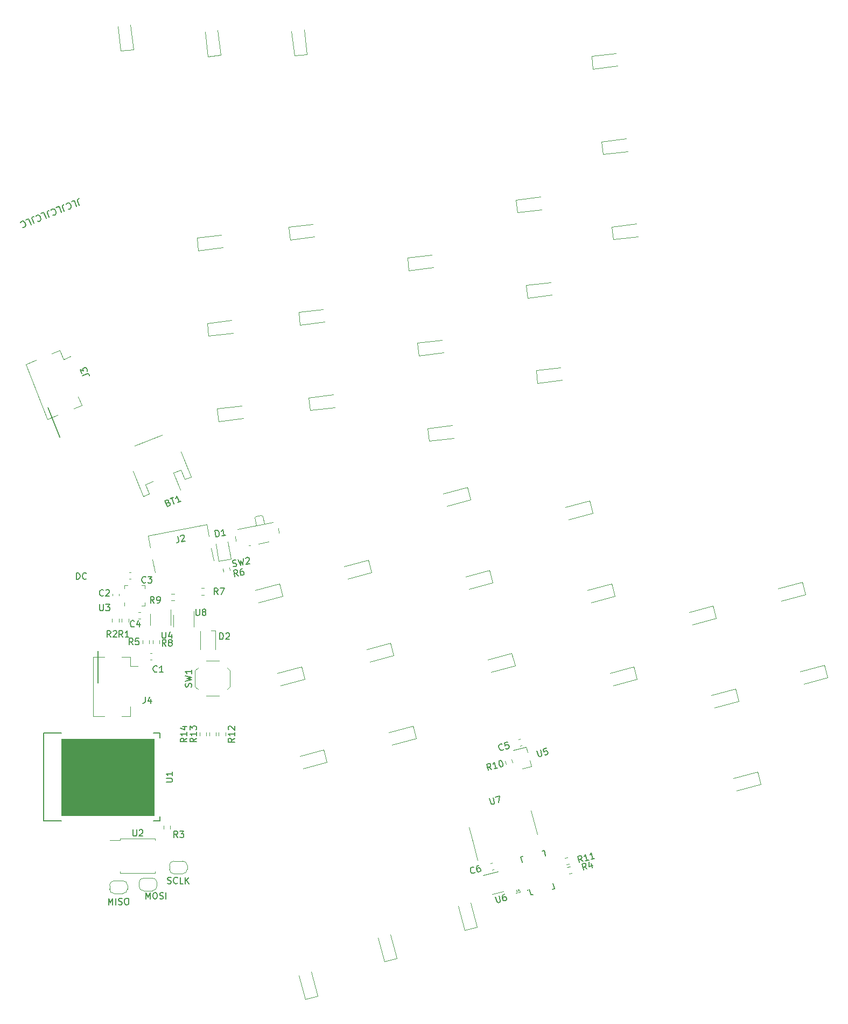
<source format=gbr>
%TF.GenerationSoftware,KiCad,Pcbnew,(5.99.0-11571-g293f207356)*%
%TF.CreationDate,2021-10-03T12:50:15-05:00*%
%TF.ProjectId,fusion,66757369-6f6e-42e6-9b69-6361645f7063,rev?*%
%TF.SameCoordinates,Original*%
%TF.FileFunction,Legend,Top*%
%TF.FilePolarity,Positive*%
%FSLAX46Y46*%
G04 Gerber Fmt 4.6, Leading zero omitted, Abs format (unit mm)*
G04 Created by KiCad (PCBNEW (5.99.0-11571-g293f207356)) date 2021-10-03 12:50:15*
%MOMM*%
%LPD*%
G01*
G04 APERTURE LIST*
%ADD10C,0.150000*%
%ADD11C,0.200000*%
%ADD12C,0.050000*%
%ADD13C,0.120000*%
%ADD14C,0.127000*%
%ADD15C,0.140000*%
G04 APERTURE END LIST*
D10*
X115199957Y-73216080D02*
X115199958Y-78216080D01*
X109201578Y-39603256D02*
X107344739Y-34960829D01*
D11*
X122789531Y-112133803D02*
X122789531Y-111133803D01*
X123122864Y-111848089D01*
X123456198Y-111133803D01*
X123456198Y-112133803D01*
X124122864Y-111133803D02*
X124313340Y-111133803D01*
X124408579Y-111181423D01*
X124503817Y-111276661D01*
X124551436Y-111467137D01*
X124551436Y-111800470D01*
X124503817Y-111990946D01*
X124408579Y-112086184D01*
X124313340Y-112133803D01*
X124122864Y-112133803D01*
X124027626Y-112086184D01*
X123932388Y-111990946D01*
X123884769Y-111800470D01*
X123884769Y-111467137D01*
X123932388Y-111276661D01*
X124027626Y-111181423D01*
X124122864Y-111133803D01*
X124932388Y-112086184D02*
X125075245Y-112133803D01*
X125313340Y-112133803D01*
X125408579Y-112086184D01*
X125456198Y-112038565D01*
X125503817Y-111943327D01*
X125503817Y-111848089D01*
X125456198Y-111752851D01*
X125408579Y-111705232D01*
X125313340Y-111657613D01*
X125122864Y-111609994D01*
X125027626Y-111562375D01*
X124980007Y-111514756D01*
X124932388Y-111419518D01*
X124932388Y-111324280D01*
X124980007Y-111229042D01*
X125027626Y-111181423D01*
X125122864Y-111133803D01*
X125360960Y-111133803D01*
X125503817Y-111181423D01*
X125932388Y-112133803D02*
X125932388Y-111133803D01*
X116889532Y-113033803D02*
X116889532Y-112033803D01*
X117222865Y-112748089D01*
X117556199Y-112033803D01*
X117556199Y-113033803D01*
X118032389Y-113033803D02*
X118032389Y-112033803D01*
X118460961Y-112986184D02*
X118603818Y-113033803D01*
X118841913Y-113033803D01*
X118937151Y-112986184D01*
X118984770Y-112938565D01*
X119032389Y-112843327D01*
X119032389Y-112748089D01*
X118984770Y-112652851D01*
X118937151Y-112605232D01*
X118841913Y-112557613D01*
X118651437Y-112509994D01*
X118556199Y-112462375D01*
X118508580Y-112414756D01*
X118460961Y-112319518D01*
X118460961Y-112224280D01*
X118508580Y-112129042D01*
X118556199Y-112081423D01*
X118651437Y-112033803D01*
X118889532Y-112033803D01*
X119032389Y-112081423D01*
X119651437Y-112033803D02*
X119841913Y-112033803D01*
X119937151Y-112081423D01*
X120032389Y-112176661D01*
X120080008Y-112367137D01*
X120080008Y-112700470D01*
X120032389Y-112890946D01*
X119937151Y-112986184D01*
X119841913Y-113033803D01*
X119651437Y-113033803D01*
X119556199Y-112986184D01*
X119460961Y-112890946D01*
X119413341Y-112700470D01*
X119413341Y-112367137D01*
X119460961Y-112176661D01*
X119556199Y-112081423D01*
X119651437Y-112033803D01*
D10*
X112302746Y-3144484D02*
X112037483Y-2481280D01*
X112028644Y-2330955D01*
X112081703Y-2207160D01*
X112196660Y-2109893D01*
X112285087Y-2074525D01*
X111047106Y-2569682D02*
X111489242Y-2392840D01*
X111860610Y-3321326D01*
X110242416Y-2994109D02*
X110268945Y-2932211D01*
X110383902Y-2834945D01*
X110472329Y-2799577D01*
X110622654Y-2790738D01*
X110746449Y-2843796D01*
X110826031Y-2914539D01*
X110940982Y-3073710D01*
X110994034Y-3206351D01*
X111020557Y-3400889D01*
X111011712Y-3507001D01*
X110958653Y-3630796D01*
X110843697Y-3728062D01*
X110755269Y-3763431D01*
X110604944Y-3772270D01*
X110543047Y-3745740D01*
X109915211Y-4099430D02*
X109649948Y-3436226D01*
X109641109Y-3285901D01*
X109694168Y-3162105D01*
X109809125Y-3064839D01*
X109897552Y-3029471D01*
X108659571Y-3524628D02*
X109101707Y-3347786D01*
X109473075Y-4276272D01*
X107854881Y-3949055D02*
X107881410Y-3887157D01*
X107996367Y-3789891D01*
X108084794Y-3754522D01*
X108235119Y-3745683D01*
X108358914Y-3798742D01*
X108438496Y-3869485D01*
X108553447Y-4028656D01*
X108606499Y-4161296D01*
X108633022Y-4355835D01*
X108624177Y-4461946D01*
X108571118Y-4585742D01*
X108456162Y-4683008D01*
X108367734Y-4718377D01*
X108217409Y-4727216D01*
X108155512Y-4700686D01*
X107527676Y-5054376D02*
X107262413Y-4391172D01*
X107253574Y-4240847D01*
X107306633Y-4117051D01*
X107421590Y-4019785D01*
X107510017Y-3984417D01*
X106272036Y-4479574D02*
X106714172Y-4302732D01*
X107085540Y-5231218D01*
X105467346Y-4904001D02*
X105493875Y-4842103D01*
X105608832Y-4744837D01*
X105697259Y-4709468D01*
X105847584Y-4700629D01*
X105971379Y-4753688D01*
X106050961Y-4824431D01*
X106165912Y-4983601D01*
X106218964Y-5116242D01*
X106245487Y-5310781D01*
X106236642Y-5416892D01*
X106183583Y-5540688D01*
X106068627Y-5637954D01*
X105980200Y-5673322D01*
X105829874Y-5682161D01*
X105767977Y-5655632D01*
X105140141Y-6009322D02*
X104874878Y-5346118D01*
X104866039Y-5195793D01*
X104919098Y-5071997D01*
X105034055Y-4974731D01*
X105122482Y-4939363D01*
X103884501Y-5434520D02*
X104326637Y-5257678D01*
X104698005Y-6186164D01*
X103079811Y-5858946D02*
X103106340Y-5797049D01*
X103221297Y-5699782D01*
X103309724Y-5664414D01*
X103460049Y-5655575D01*
X103583845Y-5708634D01*
X103663426Y-5779377D01*
X103778377Y-5938547D01*
X103831429Y-6071188D01*
X103857952Y-6265727D01*
X103849107Y-6371838D01*
X103796048Y-6495634D01*
X103681092Y-6592900D01*
X103592665Y-6628268D01*
X103442340Y-6637107D01*
X103380442Y-6610578D01*
D11*
X126170483Y-109686181D02*
X126313340Y-109733800D01*
X126551436Y-109733800D01*
X126646674Y-109686181D01*
X126694293Y-109638562D01*
X126741912Y-109543324D01*
X126741912Y-109448086D01*
X126694293Y-109352848D01*
X126646674Y-109305229D01*
X126551436Y-109257610D01*
X126360960Y-109209991D01*
X126265721Y-109162372D01*
X126218102Y-109114753D01*
X126170483Y-109019515D01*
X126170483Y-108924277D01*
X126218102Y-108829039D01*
X126265721Y-108781420D01*
X126360960Y-108733800D01*
X126599055Y-108733800D01*
X126741912Y-108781420D01*
X127741912Y-109638562D02*
X127694293Y-109686181D01*
X127551436Y-109733800D01*
X127456198Y-109733800D01*
X127313340Y-109686181D01*
X127218102Y-109590943D01*
X127170483Y-109495705D01*
X127122864Y-109305229D01*
X127122864Y-109162372D01*
X127170483Y-108971896D01*
X127218102Y-108876658D01*
X127313340Y-108781420D01*
X127456198Y-108733800D01*
X127551436Y-108733800D01*
X127694293Y-108781420D01*
X127741912Y-108829039D01*
X128646674Y-109733800D02*
X128170483Y-109733800D01*
X128170483Y-108733800D01*
X128980007Y-109733800D02*
X128980007Y-108733800D01*
X129551436Y-109733800D02*
X129122864Y-109162372D01*
X129551436Y-108733800D02*
X128980007Y-109305229D01*
D10*
X111838052Y-61902393D02*
X111838052Y-60902393D01*
X112076147Y-60902393D01*
X112219004Y-60950013D01*
X112314242Y-61045251D01*
X112361861Y-61140489D01*
X112409480Y-61330965D01*
X112409480Y-61473822D01*
X112361861Y-61664298D01*
X112314242Y-61759536D01*
X112219004Y-61854774D01*
X112076147Y-61902393D01*
X111838052Y-61902393D01*
X113409480Y-61807155D02*
X113361861Y-61854774D01*
X113219004Y-61902393D01*
X113123766Y-61902393D01*
X112980909Y-61854774D01*
X112885671Y-61759536D01*
X112838052Y-61664298D01*
X112790433Y-61473822D01*
X112790433Y-61330965D01*
X112838052Y-61140489D01*
X112885671Y-61045251D01*
X112980909Y-60950013D01*
X113123766Y-60902393D01*
X113219004Y-60902393D01*
X113361861Y-60950013D01*
X113409480Y-60997632D01*
%TO.C,BT1*%
X126254399Y-49886993D02*
X126404724Y-49878154D01*
X126466621Y-49904684D01*
X126546203Y-49975427D01*
X126599256Y-50108067D01*
X126590411Y-50214179D01*
X126563881Y-50276077D01*
X126493138Y-50355659D01*
X126139429Y-50497132D01*
X125768062Y-49568646D01*
X126077557Y-49444857D01*
X126183668Y-49453702D01*
X126245566Y-49480232D01*
X126325148Y-49550975D01*
X126360516Y-49639402D01*
X126351671Y-49745513D01*
X126325142Y-49807411D01*
X126254399Y-49886993D01*
X125944903Y-50010782D01*
X126563907Y-49250331D02*
X127094470Y-49038121D01*
X127200556Y-50072712D02*
X126829188Y-49144226D01*
X128261683Y-49648291D02*
X127731119Y-49860502D01*
X127996401Y-49754396D02*
X127625033Y-48825911D01*
X127589659Y-48993920D01*
X127536600Y-49117715D01*
X127465857Y-49197297D01*
%TO.C,R13*%
X130702340Y-86874280D02*
X130226150Y-87207613D01*
X130702340Y-87445708D02*
X129702340Y-87445708D01*
X129702340Y-87064756D01*
X129749960Y-86969518D01*
X129797579Y-86921899D01*
X129892817Y-86874280D01*
X130035674Y-86874280D01*
X130130912Y-86921899D01*
X130178531Y-86969518D01*
X130226150Y-87064756D01*
X130226150Y-87445708D01*
X130702340Y-85921899D02*
X130702340Y-86493327D01*
X130702340Y-86207613D02*
X129702340Y-86207613D01*
X129845198Y-86302851D01*
X129940436Y-86398089D01*
X129988055Y-86493327D01*
X129702340Y-85588565D02*
X129702340Y-84969518D01*
X130083293Y-85302851D01*
X130083293Y-85159994D01*
X130130912Y-85064756D01*
X130178531Y-85017137D01*
X130273769Y-84969518D01*
X130511864Y-84969518D01*
X130607102Y-85017137D01*
X130654721Y-85064756D01*
X130702340Y-85159994D01*
X130702340Y-85445708D01*
X130654721Y-85540946D01*
X130607102Y-85588565D01*
%TO.C,C6*%
X174524902Y-107947933D02*
X174491230Y-108006254D01*
X174365566Y-108089224D01*
X174273573Y-108113874D01*
X174123259Y-108104851D01*
X174006616Y-108037508D01*
X173935970Y-107957840D01*
X173840675Y-107786179D01*
X173803701Y-107648189D01*
X173800399Y-107451879D01*
X173821746Y-107347561D01*
X173889089Y-107230919D01*
X174014754Y-107147948D01*
X174106747Y-107123298D01*
X174257061Y-107132321D01*
X174315382Y-107165993D01*
X175118669Y-106852155D02*
X174934683Y-106901454D01*
X174855015Y-106972099D01*
X174821343Y-107030421D01*
X174766324Y-107193060D01*
X174769627Y-107389370D01*
X174868225Y-107757342D01*
X174938870Y-107837010D01*
X174997192Y-107870682D01*
X175101509Y-107892029D01*
X175285495Y-107842730D01*
X175365163Y-107772084D01*
X175398835Y-107713763D01*
X175420182Y-107609445D01*
X175358559Y-107379463D01*
X175287913Y-107299795D01*
X175229591Y-107266123D01*
X175125274Y-107244776D01*
X174941288Y-107294075D01*
X174861620Y-107364721D01*
X174827948Y-107423042D01*
X174806601Y-107527360D01*
D12*
%TO.C,J5*%
X181032974Y-110705668D02*
X181122325Y-111039132D01*
X181117965Y-111111782D01*
X181085416Y-111168157D01*
X181024680Y-111208259D01*
X180980218Y-111220172D01*
X181477593Y-110586532D02*
X181255284Y-110646100D01*
X181292620Y-110874367D01*
X181308894Y-110846179D01*
X181347400Y-110812034D01*
X181458554Y-110782250D01*
X181508973Y-110792568D01*
X181537161Y-110808842D01*
X181571305Y-110847347D01*
X181601089Y-110958502D01*
X181590772Y-111008921D01*
X181574498Y-111037108D01*
X181535992Y-111071253D01*
X181424838Y-111101037D01*
X181374419Y-111090719D01*
X181346231Y-111074445D01*
D10*
%TO.C,R4*%
X192156055Y-107438441D02*
X191710832Y-107064750D01*
X191604097Y-107586338D02*
X191345278Y-106620412D01*
X191713250Y-106521814D01*
X191817567Y-106543162D01*
X191875889Y-106576833D01*
X191946534Y-106656501D01*
X191983509Y-106794491D01*
X191962162Y-106898809D01*
X191928490Y-106957130D01*
X191848822Y-107027776D01*
X191480850Y-107126373D01*
X192811445Y-106572646D02*
X192983991Y-107216597D01*
X192482865Y-106266298D02*
X192437753Y-107017868D01*
X193035707Y-106857647D01*
%TO.C,R6*%
X137296782Y-61394730D02*
X136885823Y-60983657D01*
X136734035Y-61493958D02*
X136560387Y-60509150D01*
X136935551Y-60442998D01*
X137037612Y-60473356D01*
X137092776Y-60511983D01*
X137156210Y-60597505D01*
X137181017Y-60738192D01*
X137150659Y-60840252D01*
X137112032Y-60895416D01*
X137026510Y-60958850D01*
X136651345Y-61025002D01*
X137967255Y-60261081D02*
X137779672Y-60294157D01*
X137694150Y-60357590D01*
X137655523Y-60412755D01*
X137586539Y-60569980D01*
X137572719Y-60765831D01*
X137638871Y-61140996D01*
X137702305Y-61226518D01*
X137757469Y-61265145D01*
X137859529Y-61295503D01*
X138047112Y-61262427D01*
X138132634Y-61198993D01*
X138171261Y-61143829D01*
X138201618Y-61041768D01*
X138160274Y-60807290D01*
X138096840Y-60721768D01*
X138041675Y-60683142D01*
X137939615Y-60652784D01*
X137752033Y-60685860D01*
X137666511Y-60749293D01*
X137627884Y-60804458D01*
X137597526Y-60906518D01*
%TO.C,D1*%
X133812193Y-55249086D02*
X133638545Y-54264278D01*
X133873023Y-54222933D01*
X134021978Y-54245022D01*
X134132307Y-54322275D01*
X134195741Y-54407797D01*
X134275712Y-54587111D01*
X134300519Y-54727798D01*
X134286700Y-54923649D01*
X134256342Y-55025709D01*
X134179089Y-55136038D01*
X134046671Y-55207741D01*
X133812193Y-55249086D01*
X135312852Y-54984479D02*
X134750105Y-55083706D01*
X135031479Y-55034093D02*
X134857830Y-54049285D01*
X134788846Y-54206510D01*
X134711593Y-54316839D01*
X134626070Y-54380272D01*
%TO.C,SW1*%
X129904720Y-78833348D02*
X129952339Y-78690491D01*
X129952339Y-78452395D01*
X129904720Y-78357157D01*
X129857101Y-78309538D01*
X129761863Y-78261919D01*
X129666625Y-78261919D01*
X129571387Y-78309538D01*
X129523768Y-78357157D01*
X129476149Y-78452395D01*
X129428530Y-78642872D01*
X129380911Y-78738110D01*
X129333292Y-78785729D01*
X129238054Y-78833348D01*
X129142816Y-78833348D01*
X129047578Y-78785729D01*
X128999959Y-78738110D01*
X128952339Y-78642872D01*
X128952339Y-78404776D01*
X128999959Y-78261919D01*
X128952339Y-77928586D02*
X129952339Y-77690491D01*
X129238054Y-77500015D01*
X129952339Y-77309538D01*
X128952339Y-77071443D01*
X129952339Y-76166681D02*
X129952339Y-76738110D01*
X129952339Y-76452395D02*
X128952339Y-76452395D01*
X129095197Y-76547634D01*
X129190435Y-76642872D01*
X129238054Y-76738110D01*
%TO.C,C5*%
X178987331Y-88603839D02*
X178953659Y-88662160D01*
X178827995Y-88745130D01*
X178736002Y-88769780D01*
X178585688Y-88760757D01*
X178469045Y-88693414D01*
X178398399Y-88613746D01*
X178303104Y-88442085D01*
X178266130Y-88304095D01*
X178262828Y-88107785D01*
X178284175Y-88003467D01*
X178351518Y-87886825D01*
X178477183Y-87803854D01*
X178569176Y-87779204D01*
X178719490Y-87788227D01*
X178777811Y-87821899D01*
X179627095Y-87495736D02*
X179167130Y-87618983D01*
X179244381Y-88091273D01*
X179278052Y-88032951D01*
X179357721Y-87962305D01*
X179587703Y-87900682D01*
X179692020Y-87922029D01*
X179750342Y-87955701D01*
X179820988Y-88035369D01*
X179882611Y-88265351D01*
X179861264Y-88369669D01*
X179827592Y-88427990D01*
X179747924Y-88498636D01*
X179517942Y-88560260D01*
X179413624Y-88538913D01*
X179355303Y-88505241D01*
%TO.C,R10*%
X177157942Y-91782757D02*
X176712720Y-91409065D01*
X176605984Y-91930653D02*
X176347165Y-90964727D01*
X176715137Y-90866130D01*
X176819455Y-90887477D01*
X176877776Y-90921148D01*
X176948422Y-91000817D01*
X176985396Y-91138806D01*
X176964049Y-91243124D01*
X176930377Y-91301445D01*
X176850709Y-91372091D01*
X176482737Y-91470689D01*
X178077871Y-91536262D02*
X177525914Y-91684159D01*
X177801893Y-91610211D02*
X177543073Y-90644285D01*
X177488055Y-90806924D01*
X177420711Y-90923566D01*
X177341043Y-90994212D01*
X178417006Y-90410115D02*
X178508999Y-90385466D01*
X178613317Y-90406813D01*
X178671638Y-90440485D01*
X178742284Y-90520153D01*
X178837579Y-90691814D01*
X178899203Y-90921796D01*
X178902505Y-91118107D01*
X178881158Y-91222424D01*
X178847487Y-91280746D01*
X178767818Y-91351392D01*
X178675825Y-91376041D01*
X178571508Y-91354694D01*
X178513187Y-91321022D01*
X178442541Y-91241354D01*
X178347245Y-91069693D01*
X178285622Y-90839710D01*
X178282319Y-90643400D01*
X178303666Y-90539082D01*
X178337338Y-90480761D01*
X178417006Y-90410115D01*
%TO.C,J3*%
X112810538Y-29905407D02*
X113473742Y-29640144D01*
X113624067Y-29631305D01*
X113747863Y-29684364D01*
X113845129Y-29799321D01*
X113880498Y-29887748D01*
X112669065Y-29551698D02*
X112439170Y-28976921D01*
X112916669Y-29144943D01*
X112863616Y-29012302D01*
X112872461Y-28906191D01*
X112898991Y-28844293D01*
X112969734Y-28764711D01*
X113190802Y-28676290D01*
X113296913Y-28685135D01*
X113358811Y-28711665D01*
X113438393Y-28782408D01*
X113544498Y-29047689D01*
X113535653Y-29153801D01*
X113509123Y-29215699D01*
%TO.C,SW2*%
X136518354Y-59901752D02*
X136667673Y-59921238D01*
X136901394Y-59875807D01*
X136985796Y-59810890D01*
X137023454Y-59755060D01*
X137052026Y-59652486D01*
X137033854Y-59558997D01*
X136968937Y-59474595D01*
X136913107Y-59436937D01*
X136810532Y-59408365D01*
X136614470Y-59397966D01*
X136511895Y-59369394D01*
X136456065Y-59331736D01*
X136391148Y-59247334D01*
X136372976Y-59153845D01*
X136401548Y-59051271D01*
X136439206Y-58995441D01*
X136523608Y-58930524D01*
X136757329Y-58885093D01*
X136906648Y-58904579D01*
X137224770Y-58794232D02*
X137649300Y-59730429D01*
X137699985Y-58992922D01*
X138023253Y-59657739D01*
X138066165Y-58630681D01*
X138411547Y-58660567D02*
X138449205Y-58604736D01*
X138533607Y-58539820D01*
X138767327Y-58494389D01*
X138869902Y-58522961D01*
X138925732Y-58560619D01*
X138990649Y-58645021D01*
X139008821Y-58738510D01*
X138989335Y-58887828D01*
X138537439Y-59557792D01*
X139145113Y-59439672D01*
%TO.C,R12*%
X136702340Y-86892870D02*
X136226150Y-87226203D01*
X136702340Y-87464298D02*
X135702340Y-87464298D01*
X135702340Y-87083346D01*
X135749960Y-86988108D01*
X135797579Y-86940489D01*
X135892817Y-86892870D01*
X136035674Y-86892870D01*
X136130912Y-86940489D01*
X136178531Y-86988108D01*
X136226150Y-87083346D01*
X136226150Y-87464298D01*
X136702340Y-85940489D02*
X136702340Y-86511917D01*
X136702340Y-86226203D02*
X135702340Y-86226203D01*
X135845198Y-86321441D01*
X135940436Y-86416679D01*
X135988055Y-86511917D01*
X135797579Y-85559536D02*
X135749960Y-85511917D01*
X135702340Y-85416679D01*
X135702340Y-85178584D01*
X135749960Y-85083346D01*
X135797579Y-85035727D01*
X135892817Y-84988108D01*
X135988055Y-84988108D01*
X136130912Y-85035727D01*
X136702340Y-85607155D01*
X136702340Y-84988108D01*
%TO.C,R7*%
X134092776Y-64312480D02*
X133759443Y-63836290D01*
X133521347Y-64312480D02*
X133521347Y-63312480D01*
X133902300Y-63312480D01*
X133997538Y-63360100D01*
X134045157Y-63407719D01*
X134092776Y-63502957D01*
X134092776Y-63645814D01*
X134045157Y-63741052D01*
X133997538Y-63788671D01*
X133902300Y-63836290D01*
X133521347Y-63836290D01*
X134426109Y-63312480D02*
X135092776Y-63312480D01*
X134664204Y-64312480D01*
%TO.C,R2*%
X117233292Y-71002396D02*
X116899959Y-70526206D01*
X116661863Y-71002396D02*
X116661863Y-70002396D01*
X117042816Y-70002396D01*
X117138054Y-70050016D01*
X117185673Y-70097635D01*
X117233292Y-70192873D01*
X117233292Y-70335730D01*
X117185673Y-70430968D01*
X117138054Y-70478587D01*
X117042816Y-70526206D01*
X116661863Y-70526206D01*
X117614244Y-70097635D02*
X117661863Y-70050016D01*
X117757101Y-70002396D01*
X117995197Y-70002396D01*
X118090435Y-70050016D01*
X118138054Y-70097635D01*
X118185673Y-70192873D01*
X118185673Y-70288111D01*
X118138054Y-70430968D01*
X117566625Y-71002396D01*
X118185673Y-71002396D01*
%TO.C,U8*%
X130638053Y-66602395D02*
X130638053Y-67411919D01*
X130685672Y-67507157D01*
X130733291Y-67554776D01*
X130828529Y-67602395D01*
X131019005Y-67602395D01*
X131114243Y-67554776D01*
X131161862Y-67507157D01*
X131209481Y-67411919D01*
X131209481Y-66602395D01*
X131828529Y-67030967D02*
X131733291Y-66983348D01*
X131685672Y-66935729D01*
X131638053Y-66840491D01*
X131638053Y-66792872D01*
X131685672Y-66697634D01*
X131733291Y-66650015D01*
X131828529Y-66602395D01*
X132019005Y-66602395D01*
X132114243Y-66650015D01*
X132161862Y-66697634D01*
X132209481Y-66792872D01*
X132209481Y-66840491D01*
X132161862Y-66935729D01*
X132114243Y-66983348D01*
X132019005Y-67030967D01*
X131828529Y-67030967D01*
X131733291Y-67078586D01*
X131685672Y-67126205D01*
X131638053Y-67221443D01*
X131638053Y-67411919D01*
X131685672Y-67507157D01*
X131733291Y-67554776D01*
X131828529Y-67602395D01*
X132019005Y-67602395D01*
X132114243Y-67554776D01*
X132161862Y-67507157D01*
X132209481Y-67411919D01*
X132209481Y-67221443D01*
X132161862Y-67126205D01*
X132114243Y-67078586D01*
X132019005Y-67030967D01*
%TO.C,U3*%
X115499053Y-65848717D02*
X115499053Y-66658241D01*
X115546672Y-66753479D01*
X115594291Y-66801098D01*
X115689529Y-66848717D01*
X115880005Y-66848717D01*
X115975243Y-66801098D01*
X116022862Y-66753479D01*
X116070481Y-66658241D01*
X116070481Y-65848717D01*
X116451434Y-65848717D02*
X117070481Y-65848717D01*
X116737148Y-66229670D01*
X116880005Y-66229670D01*
X116975243Y-66277289D01*
X117022862Y-66324908D01*
X117070481Y-66420146D01*
X117070481Y-66658241D01*
X117022862Y-66753479D01*
X116975243Y-66801098D01*
X116880005Y-66848717D01*
X116594291Y-66848717D01*
X116499053Y-66801098D01*
X116451434Y-66753479D01*
%TO.C,R11*%
X191496089Y-106253362D02*
X191050867Y-105879670D01*
X190944131Y-106401258D02*
X190685312Y-105435332D01*
X191053284Y-105336735D01*
X191157602Y-105358082D01*
X191215923Y-105391753D01*
X191286569Y-105471422D01*
X191323543Y-105609411D01*
X191302196Y-105713729D01*
X191268524Y-105772050D01*
X191188856Y-105842696D01*
X190820884Y-105941294D01*
X192416018Y-106006867D02*
X191864061Y-106154764D01*
X192140040Y-106080816D02*
X191881220Y-105114890D01*
X191826202Y-105277529D01*
X191758858Y-105394171D01*
X191679190Y-105464817D01*
X193335948Y-105760373D02*
X192783990Y-105908270D01*
X193059969Y-105834321D02*
X192801150Y-104868395D01*
X192746131Y-105031034D01*
X192678788Y-105147677D01*
X192599119Y-105218323D01*
%TO.C,U6*%
X177751519Y-111776516D02*
X177961039Y-112558456D01*
X178031685Y-112638124D01*
X178090006Y-112671796D01*
X178194324Y-112693143D01*
X178378310Y-112643844D01*
X178457978Y-112573198D01*
X178491650Y-112514877D01*
X178512997Y-112410559D01*
X178303476Y-111628619D01*
X179177409Y-111394449D02*
X178993423Y-111443748D01*
X178913755Y-111514394D01*
X178880083Y-111572715D01*
X178825065Y-111735354D01*
X178828367Y-111931665D01*
X178926965Y-112299636D01*
X178997611Y-112379305D01*
X179055932Y-112412976D01*
X179160250Y-112434323D01*
X179344235Y-112385025D01*
X179423904Y-112314379D01*
X179457575Y-112256058D01*
X179478922Y-112151740D01*
X179417299Y-111921758D01*
X179346653Y-111842089D01*
X179288332Y-111808418D01*
X179184014Y-111787071D01*
X179000028Y-111836369D01*
X178920360Y-111907015D01*
X178886688Y-111965336D01*
X178865341Y-112069654D01*
%TO.C,D2*%
X134396246Y-71353982D02*
X134396246Y-70353982D01*
X134634342Y-70353982D01*
X134777199Y-70401602D01*
X134872437Y-70496840D01*
X134920056Y-70592078D01*
X134967675Y-70782554D01*
X134967675Y-70925411D01*
X134920056Y-71115887D01*
X134872437Y-71211125D01*
X134777199Y-71306363D01*
X134634342Y-71353982D01*
X134396246Y-71353982D01*
X135348627Y-70449221D02*
X135396246Y-70401602D01*
X135491484Y-70353982D01*
X135729580Y-70353982D01*
X135824818Y-70401602D01*
X135872437Y-70449221D01*
X135920056Y-70544459D01*
X135920056Y-70639697D01*
X135872437Y-70782554D01*
X135301008Y-71353982D01*
X135920056Y-71353982D01*
%TO.C,U5*%
X184270060Y-88841796D02*
X184479580Y-89623736D01*
X184550226Y-89703404D01*
X184608547Y-89737076D01*
X184712865Y-89758423D01*
X184896851Y-89709124D01*
X184976519Y-89638478D01*
X185010191Y-89580157D01*
X185031538Y-89475839D01*
X184822017Y-88693899D01*
X185741947Y-88447405D02*
X185281982Y-88570652D01*
X185359233Y-89042941D01*
X185392905Y-88984620D01*
X185472573Y-88913974D01*
X185702555Y-88852351D01*
X185806873Y-88873698D01*
X185865194Y-88907369D01*
X185935840Y-88987038D01*
X185997463Y-89217020D01*
X185976116Y-89321338D01*
X185942445Y-89379659D01*
X185862776Y-89450305D01*
X185632794Y-89511928D01*
X185528476Y-89490581D01*
X185470155Y-89456909D01*
%TO.C,U4*%
X125338053Y-70202395D02*
X125338053Y-71011919D01*
X125385672Y-71107157D01*
X125433291Y-71154776D01*
X125528529Y-71202395D01*
X125719005Y-71202395D01*
X125814243Y-71154776D01*
X125861862Y-71107157D01*
X125909481Y-71011919D01*
X125909481Y-70202395D01*
X126814243Y-70535729D02*
X126814243Y-71202395D01*
X126576148Y-70154776D02*
X126338053Y-70869062D01*
X126957100Y-70869062D01*
%TO.C,U2*%
X120734056Y-101258802D02*
X120734056Y-102068326D01*
X120781675Y-102163564D01*
X120829294Y-102211183D01*
X120924532Y-102258802D01*
X121115008Y-102258802D01*
X121210246Y-102211183D01*
X121257865Y-102163564D01*
X121305484Y-102068326D01*
X121305484Y-101258802D01*
X121734056Y-101354041D02*
X121781675Y-101306422D01*
X121876913Y-101258802D01*
X122115008Y-101258802D01*
X122210246Y-101306422D01*
X122257865Y-101354041D01*
X122305484Y-101449279D01*
X122305484Y-101544517D01*
X122257865Y-101687374D01*
X121686437Y-102258802D01*
X122305484Y-102258802D01*
%TO.C,C1*%
X124533292Y-76407155D02*
X124485673Y-76454774D01*
X124342816Y-76502393D01*
X124247578Y-76502393D01*
X124104720Y-76454774D01*
X124009482Y-76359536D01*
X123961863Y-76264298D01*
X123914244Y-76073822D01*
X123914244Y-75930965D01*
X123961863Y-75740489D01*
X124009482Y-75645251D01*
X124104720Y-75550013D01*
X124247578Y-75502393D01*
X124342816Y-75502393D01*
X124485673Y-75550013D01*
X124533292Y-75597632D01*
X125485673Y-76502393D02*
X124914244Y-76502393D01*
X125199959Y-76502393D02*
X125199959Y-75502393D01*
X125104720Y-75645251D01*
X125009482Y-75740489D01*
X124914244Y-75788108D01*
%TO.C,R14*%
X129202339Y-86874280D02*
X128726149Y-87207613D01*
X129202339Y-87445708D02*
X128202339Y-87445708D01*
X128202339Y-87064756D01*
X128249959Y-86969518D01*
X128297578Y-86921899D01*
X128392816Y-86874280D01*
X128535673Y-86874280D01*
X128630911Y-86921899D01*
X128678530Y-86969518D01*
X128726149Y-87064756D01*
X128726149Y-87445708D01*
X129202339Y-85921899D02*
X129202339Y-86493327D01*
X129202339Y-86207613D02*
X128202339Y-86207613D01*
X128345197Y-86302851D01*
X128440435Y-86398089D01*
X128488054Y-86493327D01*
X128535673Y-85064756D02*
X129202339Y-85064756D01*
X128154720Y-85302851D02*
X128869006Y-85540946D01*
X128869006Y-84921899D01*
%TO.C,R3*%
X127767341Y-102478056D02*
X127434008Y-102001866D01*
X127195912Y-102478056D02*
X127195912Y-101478056D01*
X127576865Y-101478056D01*
X127672103Y-101525676D01*
X127719722Y-101573295D01*
X127767341Y-101668533D01*
X127767341Y-101811390D01*
X127719722Y-101906628D01*
X127672103Y-101954247D01*
X127576865Y-102001866D01*
X127195912Y-102001866D01*
X128100674Y-101478056D02*
X128719722Y-101478056D01*
X128386388Y-101859009D01*
X128529246Y-101859009D01*
X128624484Y-101906628D01*
X128672103Y-101954247D01*
X128719722Y-102049485D01*
X128719722Y-102287580D01*
X128672103Y-102382818D01*
X128624484Y-102430437D01*
X128529246Y-102478056D01*
X128243531Y-102478056D01*
X128148293Y-102430437D01*
X128100674Y-102382818D01*
%TO.C,C4*%
X120933291Y-69307155D02*
X120885672Y-69354774D01*
X120742815Y-69402393D01*
X120647577Y-69402393D01*
X120504719Y-69354774D01*
X120409481Y-69259536D01*
X120361862Y-69164298D01*
X120314243Y-68973822D01*
X120314243Y-68830965D01*
X120361862Y-68640489D01*
X120409481Y-68545251D01*
X120504719Y-68450013D01*
X120647577Y-68402393D01*
X120742815Y-68402393D01*
X120885672Y-68450013D01*
X120933291Y-68497632D01*
X121790434Y-68735727D02*
X121790434Y-69402393D01*
X121552338Y-68354774D02*
X121314243Y-69069060D01*
X121933291Y-69069060D01*
%TO.C,R1*%
X119133290Y-71002393D02*
X118799957Y-70526203D01*
X118561861Y-71002393D02*
X118561861Y-70002393D01*
X118942814Y-70002393D01*
X119038052Y-70050013D01*
X119085671Y-70097632D01*
X119133290Y-70192870D01*
X119133290Y-70335727D01*
X119085671Y-70430965D01*
X119038052Y-70478584D01*
X118942814Y-70526203D01*
X118561861Y-70526203D01*
X120085671Y-71002393D02*
X119514242Y-71002393D01*
X119799957Y-71002393D02*
X119799957Y-70002393D01*
X119704718Y-70145251D01*
X119609480Y-70240489D01*
X119514242Y-70288108D01*
%TO.C,U1*%
X125952341Y-93761917D02*
X126761865Y-93761917D01*
X126857103Y-93714298D01*
X126904722Y-93666679D01*
X126952341Y-93571441D01*
X126952341Y-93380965D01*
X126904722Y-93285727D01*
X126857103Y-93238108D01*
X126761865Y-93190489D01*
X125952341Y-93190489D01*
X126952341Y-92190489D02*
X126952341Y-92761917D01*
X126952341Y-92476203D02*
X125952341Y-92476203D01*
X126095199Y-92571441D01*
X126190437Y-92666679D01*
X126238056Y-92761917D01*
%TO.C,R9*%
X124080042Y-65644097D02*
X123746709Y-65167907D01*
X123508613Y-65644097D02*
X123508613Y-64644097D01*
X123889566Y-64644097D01*
X123984804Y-64691717D01*
X124032423Y-64739336D01*
X124080042Y-64834574D01*
X124080042Y-64977431D01*
X124032423Y-65072669D01*
X123984804Y-65120288D01*
X123889566Y-65167907D01*
X123508613Y-65167907D01*
X124556232Y-65644097D02*
X124746709Y-65644097D01*
X124841947Y-65596478D01*
X124889566Y-65548859D01*
X124984804Y-65406002D01*
X125032423Y-65215526D01*
X125032423Y-64834574D01*
X124984804Y-64739336D01*
X124937185Y-64691717D01*
X124841947Y-64644097D01*
X124651470Y-64644097D01*
X124556232Y-64691717D01*
X124508613Y-64739336D01*
X124460994Y-64834574D01*
X124460994Y-65072669D01*
X124508613Y-65167907D01*
X124556232Y-65215526D01*
X124651470Y-65263145D01*
X124841947Y-65263145D01*
X124937185Y-65215526D01*
X124984804Y-65167907D01*
X125032423Y-65072669D01*
%TO.C,U7*%
X176831399Y-96345902D02*
X177040919Y-97127842D01*
X177111565Y-97207510D01*
X177169886Y-97241182D01*
X177274204Y-97262529D01*
X177458190Y-97213230D01*
X177537858Y-97142584D01*
X177571530Y-97084263D01*
X177592877Y-96979945D01*
X177383356Y-96198005D01*
X177751328Y-96099407D02*
X178395279Y-95926861D01*
X178240130Y-97003709D01*
%TO.C,C3*%
X122751177Y-62392672D02*
X122703558Y-62440291D01*
X122560701Y-62487910D01*
X122465463Y-62487910D01*
X122322605Y-62440291D01*
X122227367Y-62345053D01*
X122179748Y-62249815D01*
X122132129Y-62059339D01*
X122132129Y-61916482D01*
X122179748Y-61726006D01*
X122227367Y-61630768D01*
X122322605Y-61535530D01*
X122465463Y-61487910D01*
X122560701Y-61487910D01*
X122703558Y-61535530D01*
X122751177Y-61583149D01*
X123084510Y-61487910D02*
X123703558Y-61487910D01*
X123370224Y-61868863D01*
X123513082Y-61868863D01*
X123608320Y-61916482D01*
X123655939Y-61964101D01*
X123703558Y-62059339D01*
X123703558Y-62297434D01*
X123655939Y-62392672D01*
X123608320Y-62440291D01*
X123513082Y-62487910D01*
X123227367Y-62487910D01*
X123132129Y-62440291D01*
X123084510Y-62392672D01*
%TO.C,R5*%
X120733291Y-72202394D02*
X120399958Y-71726204D01*
X120161862Y-72202394D02*
X120161862Y-71202394D01*
X120542815Y-71202394D01*
X120638053Y-71250014D01*
X120685672Y-71297633D01*
X120733291Y-71392871D01*
X120733291Y-71535728D01*
X120685672Y-71630966D01*
X120638053Y-71678585D01*
X120542815Y-71726204D01*
X120161862Y-71726204D01*
X121638053Y-71202394D02*
X121161862Y-71202394D01*
X121114243Y-71678585D01*
X121161862Y-71630966D01*
X121257100Y-71583347D01*
X121495196Y-71583347D01*
X121590434Y-71630966D01*
X121638053Y-71678585D01*
X121685672Y-71773823D01*
X121685672Y-72011918D01*
X121638053Y-72107156D01*
X121590434Y-72154775D01*
X121495196Y-72202394D01*
X121257100Y-72202394D01*
X121161862Y-72154775D01*
X121114243Y-72107156D01*
%TO.C,J4*%
X122666624Y-80402392D02*
X122666624Y-81116678D01*
X122619005Y-81259535D01*
X122523767Y-81354773D01*
X122380910Y-81402392D01*
X122285672Y-81402392D01*
X123571386Y-80735726D02*
X123571386Y-81402392D01*
X123333291Y-80354773D02*
X123095196Y-81069059D01*
X123714243Y-81069059D01*
%TO.C,J2*%
X127782445Y-55119163D02*
X127918737Y-55820325D01*
X127899251Y-55969644D01*
X127823935Y-56081304D01*
X127692789Y-56155307D01*
X127599301Y-56173479D01*
X128221314Y-55130876D02*
X128258972Y-55075045D01*
X128343375Y-55010129D01*
X128577095Y-54964698D01*
X128679670Y-54993270D01*
X128735500Y-55030928D01*
X128800417Y-55115330D01*
X128818589Y-55208819D01*
X128799103Y-55358137D01*
X128347207Y-56028101D01*
X128954881Y-55909981D01*
%TO.C,R8*%
X125933291Y-72402394D02*
X125599958Y-71926204D01*
X125361862Y-72402394D02*
X125361862Y-71402394D01*
X125742815Y-71402394D01*
X125838053Y-71450014D01*
X125885672Y-71497633D01*
X125933291Y-71592871D01*
X125933291Y-71735728D01*
X125885672Y-71830966D01*
X125838053Y-71878585D01*
X125742815Y-71926204D01*
X125361862Y-71926204D01*
X126504719Y-71830966D02*
X126409481Y-71783347D01*
X126361862Y-71735728D01*
X126314243Y-71640490D01*
X126314243Y-71592871D01*
X126361862Y-71497633D01*
X126409481Y-71450014D01*
X126504719Y-71402394D01*
X126695196Y-71402394D01*
X126790434Y-71450014D01*
X126838053Y-71497633D01*
X126885672Y-71592871D01*
X126885672Y-71640490D01*
X126838053Y-71735728D01*
X126790434Y-71783347D01*
X126695196Y-71830966D01*
X126504719Y-71830966D01*
X126409481Y-71878585D01*
X126361862Y-71926204D01*
X126314243Y-72021442D01*
X126314243Y-72211918D01*
X126361862Y-72307156D01*
X126409481Y-72354775D01*
X126504719Y-72402394D01*
X126695196Y-72402394D01*
X126790434Y-72354775D01*
X126838053Y-72307156D01*
X126885672Y-72211918D01*
X126885672Y-72021442D01*
X126838053Y-71926204D01*
X126790434Y-71878585D01*
X126695196Y-71830966D01*
%TO.C,C2*%
X116094291Y-64453482D02*
X116046672Y-64501101D01*
X115903815Y-64548720D01*
X115808577Y-64548720D01*
X115665719Y-64501101D01*
X115570481Y-64405863D01*
X115522862Y-64310625D01*
X115475243Y-64120149D01*
X115475243Y-63977292D01*
X115522862Y-63786816D01*
X115570481Y-63691578D01*
X115665719Y-63596340D01*
X115808577Y-63548720D01*
X115903815Y-63548720D01*
X116046672Y-63596340D01*
X116094291Y-63643959D01*
X116475243Y-63643959D02*
X116522862Y-63596340D01*
X116618100Y-63548720D01*
X116856196Y-63548720D01*
X116951434Y-63596340D01*
X116999053Y-63643959D01*
X117046672Y-63739197D01*
X117046672Y-63834435D01*
X116999053Y-63977292D01*
X116427624Y-64548720D01*
X117046672Y-64548720D01*
D13*
%TO.C,BT1*%
X128277084Y-41895777D02*
X129855397Y-45841842D01*
X129855397Y-45841842D02*
X128908341Y-46220637D01*
X128908341Y-46220637D02*
X128314153Y-44735060D01*
X128314153Y-44735060D02*
X127125691Y-45210410D01*
X127125691Y-45210410D02*
X128198944Y-47893734D01*
X120737779Y-44911284D02*
X122316092Y-48857348D01*
X122316092Y-48857348D02*
X123263148Y-48478553D01*
X123263148Y-48478553D02*
X122668959Y-46992976D01*
X122668959Y-46992976D02*
X123857421Y-46517625D01*
X125354305Y-39219835D02*
X121008991Y-40957837D01*
%TO.C,K30*%
X199499270Y-75646295D02*
X195732159Y-76655690D01*
X199499270Y-75646295D02*
X200016908Y-77578147D01*
X200016908Y-77578147D02*
X196249797Y-78587541D01*
%TO.C,K32*%
X164725940Y-84963779D02*
X160958829Y-85973174D01*
X165243578Y-86895631D02*
X161476467Y-87905025D01*
X164725940Y-84963779D02*
X165243578Y-86895631D01*
%TO.C,K5*%
X133983943Y-35100498D02*
X137856508Y-34638723D01*
X134220751Y-37086429D02*
X138093316Y-36624654D01*
X134220751Y-37086429D02*
X133983943Y-35100498D01*
%TO.C,R13*%
X133772460Y-86468681D02*
X133772460Y-85994165D01*
X132727460Y-86468681D02*
X132727460Y-85994165D01*
%TO.C,C6*%
X177481366Y-107489997D02*
X177209786Y-107562767D01*
X177217370Y-106504753D02*
X176945790Y-106577523D01*
%TO.C,K35*%
X225958204Y-62344989D02*
X222191093Y-63354384D01*
X225958204Y-62344989D02*
X226475842Y-64276841D01*
X226475842Y-64276841D02*
X222708731Y-65286235D01*
D14*
%TO.C,J5*%
X186709492Y-110597465D02*
X186999270Y-110519819D01*
X182013852Y-105436945D02*
X181724074Y-105514591D01*
X186999270Y-110519819D02*
X186766333Y-109650486D01*
X183328752Y-111503331D02*
X183095815Y-110633998D01*
X181724074Y-105514591D02*
X181957011Y-106383924D01*
X185394592Y-104531079D02*
X185627529Y-105400412D01*
X183618530Y-111425686D02*
X183328752Y-111503331D01*
X185104814Y-104608724D02*
X185394592Y-104531079D01*
D15*
X182872190Y-110791562D02*
G75*
G03*
X182872190Y-110791562I-69999J0D01*
G01*
D13*
%TO.C,R4*%
X189469889Y-107039283D02*
X189011541Y-107162097D01*
X189740355Y-108048675D02*
X189282007Y-108171489D01*
%TO.C,R6*%
X134983483Y-60713587D02*
X134901085Y-60246280D01*
X136012607Y-60532124D02*
X135930209Y-60064817D01*
%TO.C,D1*%
X134239672Y-59014682D02*
X136130503Y-58681278D01*
X136130503Y-58681278D02*
X135664257Y-56037069D01*
X133773426Y-56370473D02*
X134239672Y-59014682D01*
%TO.C,K2*%
X184365511Y-31107026D02*
X184128703Y-29121095D01*
X184365511Y-31107026D02*
X188238076Y-30645251D01*
X184128703Y-29121095D02*
X188001268Y-28659320D01*
%TO.C,K28*%
X147743597Y-77608511D02*
X143976486Y-78617905D01*
X147225959Y-75676659D02*
X147743597Y-77608511D01*
X147225959Y-75676659D02*
X143458848Y-76686054D01*
%TO.C,K7*%
X182767052Y-17701998D02*
X182530244Y-15716067D01*
X182530244Y-15716067D02*
X186402809Y-15254292D01*
X182767052Y-17701998D02*
X186639617Y-17240223D01*
%TO.C,SW1*%
X135549959Y-75800015D02*
X135999959Y-76250015D01*
X132249959Y-80250015D02*
X134249959Y-80250015D01*
X135999959Y-78750015D02*
X135999959Y-76250015D01*
X130949959Y-79200015D02*
X130499959Y-78750015D01*
X130949959Y-75800015D02*
X130499959Y-76250015D01*
X132249959Y-74750015D02*
X134249959Y-74750015D01*
X135549959Y-79200015D02*
X135999959Y-78750015D01*
X130499959Y-78750015D02*
X130499959Y-76250015D01*
%TO.C,C5*%
X181635945Y-88052395D02*
X181907525Y-87979625D01*
X181371949Y-87067151D02*
X181643529Y-86994381D01*
%TO.C,K37*%
X162186563Y-121464761D02*
X160254711Y-121982399D01*
X162186563Y-121464761D02*
X161177168Y-117697650D01*
X160254711Y-121982399D02*
X159245317Y-118215288D01*
%TO.C,R10*%
X179269044Y-90503122D02*
X179391858Y-90961470D01*
X180278436Y-90232656D02*
X180401250Y-90691004D01*
%TO.C,K18*%
X120808893Y21336533D02*
X118822962Y21099725D01*
X120808893Y21336533D02*
X120347118Y25209098D01*
X118822962Y21099725D02*
X118361187Y24972290D01*
%TO.C,K11*%
X193080119Y18272173D02*
X196952684Y18733948D01*
X193080119Y18272173D02*
X192843311Y20258104D01*
X192843311Y20258104D02*
X196715876Y20719879D01*
%TO.C,J3*%
X109239979Y-25966367D02*
X107995808Y-26464000D01*
X109793317Y-27349811D02*
X109239979Y-25966367D01*
X112693700Y-34601285D02*
X111449529Y-35098918D01*
X112140362Y-33217841D02*
X112693700Y-34601285D01*
X107308482Y-36755218D02*
X108924048Y-36109038D01*
X105470327Y-27474120D02*
X103854761Y-28120300D01*
X103854761Y-28120300D02*
X107308482Y-36755218D01*
X109793317Y-27349811D02*
X110907500Y-26904169D01*
%TO.C,K12*%
X181168599Y-4296961D02*
X180931791Y-2311030D01*
X181168599Y-4296961D02*
X185041164Y-3835186D01*
X180931791Y-2311030D02*
X184804356Y-1849255D01*
%TO.C,K34*%
X229969898Y-77316837D02*
X226202787Y-78326231D01*
X229452260Y-75384985D02*
X225685149Y-76394380D01*
X229452260Y-75384985D02*
X229969898Y-77316837D01*
%TO.C,K29*%
X219458032Y-94109714D02*
X215690921Y-95119108D01*
X218940394Y-92177862D02*
X215173283Y-93187257D01*
X218940394Y-92177862D02*
X219458032Y-94109714D01*
%TO.C,K25*%
X196005211Y-62606295D02*
X192238100Y-63615690D01*
X196005211Y-62606295D02*
X196522849Y-64538147D01*
X196522849Y-64538147D02*
X192755738Y-65547541D01*
%TO.C,K23*%
X143731901Y-62636657D02*
X139964790Y-63646052D01*
X144249539Y-64568509D02*
X140482428Y-65577903D01*
X143731901Y-62636657D02*
X144249539Y-64568509D01*
%TO.C,K16*%
X146106647Y20324766D02*
X145644872Y24197331D01*
X148092578Y20561574D02*
X147630803Y24434139D01*
X148092578Y20561574D02*
X146106647Y20324766D01*
%TO.C,SW2*%
X143726429Y-54628645D02*
X143575690Y-53853159D01*
X139848379Y-52234627D02*
X140094522Y-53500926D01*
X141370637Y-53252874D02*
X141124494Y-51986575D01*
X142793997Y-52976201D02*
X137198722Y-54063813D01*
X141124494Y-51986575D02*
X140888099Y-51818595D01*
X139165887Y-56584777D02*
X138969562Y-56622939D01*
X136802463Y-55169741D02*
X136953202Y-55945227D01*
X142110769Y-56012350D02*
X140442002Y-56336725D01*
X139848379Y-52234627D02*
X140004634Y-51990323D01*
X140888099Y-51818595D02*
X140004634Y-51990323D01*
%TO.C,K22*%
X157737825Y-58883782D02*
X158255463Y-60815634D01*
X158255463Y-60815634D02*
X154488352Y-61825028D01*
X157737825Y-58883782D02*
X153970714Y-59893177D01*
%TO.C,R12*%
X135272460Y-86487271D02*
X135272460Y-86012755D01*
X134227460Y-86487271D02*
X134227460Y-86012755D01*
%TO.C,R7*%
X131937214Y-64372516D02*
X131462698Y-64372516D01*
X131937214Y-63327516D02*
X131462698Y-63327516D01*
%TO.C,R2*%
X117477460Y-68112754D02*
X117477460Y-68587270D01*
X118522460Y-68112754D02*
X118522460Y-68587270D01*
%TO.C,K33*%
X150720013Y-88716656D02*
X146952902Y-89726051D01*
X150720013Y-88716656D02*
X151237651Y-90648508D01*
X151237651Y-90648508D02*
X147470540Y-91657902D01*
%TO.C,K31*%
X180300865Y-73543563D02*
X176533754Y-74552958D01*
X180300865Y-73543563D02*
X180818503Y-75475415D01*
X180818503Y-75475415D02*
X177051392Y-76484809D01*
%TO.C,U8*%
X127089958Y-67550015D02*
X127089958Y-69350015D01*
X130309958Y-69350015D02*
X130309958Y-66900015D01*
%TO.C,U3*%
X122609958Y-63338123D02*
X122609958Y-62863123D01*
X122609958Y-62863123D02*
X122134958Y-62863123D01*
X119389958Y-62863123D02*
X119864958Y-62863123D01*
X119389958Y-63338123D02*
X119389958Y-62863123D01*
X122609958Y-65608123D02*
X122609958Y-66083123D01*
X119389958Y-65608123D02*
X119389958Y-66083123D01*
X122609958Y-66083123D02*
X122134958Y-66083123D01*
%TO.C,R11*%
X188893778Y-106722597D02*
X189352126Y-106599783D01*
X188623312Y-105713205D02*
X189081660Y-105590391D01*
%TO.C,K13*%
X163887238Y-11393058D02*
X167759803Y-10931283D01*
X164124046Y-13378989D02*
X163887238Y-11393058D01*
X164124046Y-13378989D02*
X167996611Y-12917214D01*
%TO.C,U6*%
X177240688Y-111385008D02*
X178979355Y-110919133D01*
X178145958Y-107808852D02*
X175779439Y-108442959D01*
%TO.C,JP3*%
X122399958Y-108850011D02*
X123799958Y-108850011D01*
X124499958Y-109550011D02*
X124499958Y-110150011D01*
X123799958Y-110850011D02*
X122399958Y-110850011D01*
X121699958Y-110150011D02*
X121699958Y-109550011D01*
X121699958Y-109550011D02*
G75*
G02*
X122399958Y-108850011I700000J0D01*
G01*
X124499958Y-110150011D02*
G75*
G02*
X123799958Y-110850011I-700000J0D01*
G01*
X122399958Y-110850011D02*
G75*
G02*
X121699958Y-110150011I0J700000D01*
G01*
X123799958Y-108850011D02*
G75*
G02*
X124499958Y-109550011I0J-700000D01*
G01*
%TO.C,D2*%
X133699958Y-69950015D02*
X133039958Y-69950015D01*
X133699958Y-69950015D02*
X133699958Y-72930015D01*
X131299958Y-70050015D02*
X131299958Y-72950015D01*
%TO.C,JP2*%
X117060963Y-110581425D02*
X117060963Y-109981425D01*
X119860963Y-109981425D02*
X119860963Y-110581425D01*
X117760963Y-109281425D02*
X119160963Y-109281425D01*
X119160963Y-111281425D02*
X117760963Y-111281425D01*
X117760963Y-111281425D02*
G75*
G02*
X117060963Y-110581425I0J700000D01*
G01*
X117060963Y-109981425D02*
G75*
G02*
X117760963Y-109281425I700000J0D01*
G01*
X119160963Y-109281425D02*
G75*
G02*
X119860963Y-109981425I0J-700000D01*
G01*
X119860963Y-110581425D02*
G75*
G02*
X119160963Y-111281425I-700000J0D01*
G01*
%TO.C,U5*%
X182575131Y-88227152D02*
X182815832Y-89125463D01*
X182575131Y-88227152D02*
X180488731Y-88786201D01*
X183392999Y-91279477D02*
X181982747Y-91657353D01*
X183392999Y-91279477D02*
X183152297Y-90381166D01*
%TO.C,U4*%
X126709958Y-69150015D02*
X126709958Y-66700015D01*
X123489958Y-67350015D02*
X123489958Y-69150015D01*
%TO.C,K17*%
X134509939Y20452569D02*
X134048164Y24325134D01*
X132524008Y20215761D02*
X132062233Y24088326D01*
X134509939Y20452569D02*
X132524008Y20215761D01*
%TO.C,U2*%
X121495961Y-108091422D02*
X118745961Y-108091422D01*
X118745961Y-108091422D02*
X118745961Y-107831422D01*
X121495961Y-102641422D02*
X118745961Y-102641422D01*
X118745961Y-102901422D02*
X117095961Y-102901422D01*
X121495961Y-102641422D02*
X124245961Y-102641422D01*
X124245961Y-102641422D02*
X124245961Y-102901422D01*
X124245961Y-108091422D02*
X124245961Y-107831422D01*
X121495961Y-108091422D02*
X124245961Y-108091422D01*
X118745961Y-102641422D02*
X118745961Y-102901422D01*
%TO.C,K9*%
X147020296Y-21964538D02*
X150892861Y-21502763D01*
X146783488Y-19978607D02*
X150656053Y-19516832D01*
X147020296Y-21964538D02*
X146783488Y-19978607D01*
%TO.C,K4*%
X148618750Y-35369576D02*
X152491315Y-34907801D01*
X148618750Y-35369576D02*
X148381942Y-33383645D01*
X148381942Y-33383645D02*
X152254507Y-32921870D01*
%TO.C,K20*%
X192511155Y-49566299D02*
X193028793Y-51498151D01*
X192511155Y-49566299D02*
X188744044Y-50575694D01*
X193028793Y-51498151D02*
X189261682Y-52507545D01*
%TO.C,C1*%
X123740539Y-74560014D02*
X123459379Y-74560014D01*
X123740539Y-73540014D02*
X123459379Y-73540014D01*
%TO.C,R14*%
X131227459Y-86468681D02*
X131227459Y-85994165D01*
X132272459Y-86468681D02*
X132272459Y-85994165D01*
%TO.C,K14*%
X145185036Y-6573570D02*
X149057601Y-6111795D01*
X145421844Y-8559501D02*
X149294409Y-8097726D01*
X145421844Y-8559501D02*
X145185036Y-6573570D01*
%TO.C,K36*%
X172906478Y-117039451D02*
X171897084Y-113272340D01*
X174838330Y-116521813D02*
X173828935Y-112754702D01*
X174838330Y-116521813D02*
X172906478Y-117039451D01*
%TO.C,K8*%
X165485696Y-24798093D02*
X169358261Y-24336318D01*
X165722504Y-26784024D02*
X165485696Y-24798093D01*
X165722504Y-26784024D02*
X169595069Y-26322249D01*
%TO.C,K3*%
X167084150Y-38203130D02*
X170956715Y-37741355D01*
X167320958Y-40189061D02*
X167084150Y-38203130D01*
X167320958Y-40189061D02*
X171193523Y-39727286D01*
%TO.C,K26*%
X177324455Y-62435407D02*
X173557344Y-63444801D01*
X176806817Y-60503555D02*
X177324455Y-62435407D01*
X176806817Y-60503555D02*
X173039706Y-61512950D01*
%TO.C,K6*%
X194678573Y4867138D02*
X198551138Y5328913D01*
X194441765Y6853069D02*
X198314330Y7314844D01*
X194678573Y4867138D02*
X194441765Y6853069D01*
%TO.C,R3*%
X125577456Y-100644165D02*
X125577456Y-101118681D01*
X126622456Y-100644165D02*
X126622456Y-101118681D01*
%TO.C,C4*%
X121609379Y-68106336D02*
X121890539Y-68106336D01*
X121609379Y-67086336D02*
X121890539Y-67086336D01*
%TO.C,K38*%
X149793612Y-127373631D02*
X148784217Y-123606520D01*
X147861760Y-127891269D02*
X146852366Y-124124158D01*
X149793612Y-127373631D02*
X147861760Y-127891269D01*
%TO.C,K19*%
X212469919Y-68029715D02*
X208702808Y-69039109D01*
X211952281Y-66097863D02*
X212469919Y-68029715D01*
X211952281Y-66097863D02*
X208185170Y-67107258D01*
%TO.C,R1*%
X118977454Y-68112751D02*
X118977454Y-68587267D01*
X120022454Y-68112751D02*
X120022454Y-68587267D01*
%TO.C,K27*%
X161231881Y-71923780D02*
X157464770Y-72933175D01*
X161231881Y-71923780D02*
X161749519Y-73855632D01*
X161749519Y-73855632D02*
X157982408Y-74865026D01*
%TO.C,K15*%
X131023842Y-10276362D02*
X134896407Y-9814587D01*
X131023842Y-10276362D02*
X130787034Y-8290431D01*
X130787034Y-8290431D02*
X134659599Y-7828656D01*
D10*
%TO.C,U1*%
X109449961Y-99900013D02*
X106649961Y-99900013D01*
X124949961Y-99900013D02*
X124949961Y-99150013D01*
X123949961Y-86100013D02*
X124949961Y-86100013D01*
X124949961Y-86850013D02*
X124949961Y-86100013D01*
X106649961Y-99900013D02*
X106649961Y-86100013D01*
X123949961Y-99900013D02*
X124949961Y-99900013D01*
X106649961Y-86100013D02*
X109449961Y-86100013D01*
D13*
X109499961Y-99000013D02*
X124049961Y-99000013D01*
X124049961Y-99000013D02*
X124049961Y-87000013D01*
X124049961Y-87000013D02*
X109499961Y-87000013D01*
X109499961Y-87000013D02*
X109499961Y-99000013D01*
G36*
X109499961Y-99000013D02*
G01*
X124049961Y-99000013D01*
X124049961Y-87000013D01*
X109499961Y-87000013D01*
X109499961Y-99000013D01*
G37*
%TO.C,R9*%
X126762701Y-65272516D02*
X127237217Y-65272516D01*
X126762701Y-64227516D02*
X127237217Y-64227516D01*
%TO.C,U7*%
X174072043Y-102750915D02*
X173567346Y-100867360D01*
X174072043Y-102750915D02*
X174964969Y-106083359D01*
X183847213Y-100131667D02*
X184351910Y-102015222D01*
X183847213Y-100131667D02*
X183342516Y-98248111D01*
%TO.C,K1*%
X196277027Y-8537893D02*
X196040219Y-6551962D01*
X196277027Y-8537893D02*
X200149592Y-8076118D01*
X196040219Y-6551962D02*
X199912784Y-6090187D01*
%TO.C,C3*%
X120109376Y-61856337D02*
X120390536Y-61856337D01*
X120109376Y-60836337D02*
X120390536Y-60836337D01*
%TO.C,R5*%
X123322458Y-71512756D02*
X123322458Y-71987272D01*
X122277458Y-71512756D02*
X122277458Y-71987272D01*
%TO.C,K10*%
X132622291Y-23681394D02*
X136494856Y-23219619D01*
X132385483Y-21695463D02*
X136258048Y-21233688D01*
X132622291Y-23681394D02*
X132385483Y-21695463D01*
%TO.C,J4*%
X114499959Y-74100009D02*
X114499959Y-83400009D01*
X114499959Y-83400009D02*
X116239959Y-83400009D01*
X120299959Y-75590009D02*
X120299959Y-74100009D01*
X120299959Y-83400009D02*
X118959959Y-83400009D01*
X120299959Y-74100009D02*
X118959959Y-74100009D01*
X120299959Y-75590009D02*
X121499959Y-75590009D01*
X116239959Y-74100009D02*
X114499959Y-74100009D01*
X120299959Y-81910009D02*
X120299959Y-83400009D01*
%TO.C,K21*%
X173312758Y-47463559D02*
X173830396Y-49395411D01*
X173830396Y-49395411D02*
X170063285Y-50404805D01*
X173312758Y-47463559D02*
X169545647Y-48472954D01*
%TO.C,J2*%
X124208493Y-60799606D02*
X123826875Y-58836352D01*
X132329097Y-53312564D02*
X123101801Y-55106168D01*
X132691634Y-55177655D02*
X132329097Y-53312564D01*
X123464338Y-56971260D02*
X123101801Y-55106168D01*
X133435789Y-59006001D02*
X133054171Y-57042747D01*
%TO.C,R8*%
X123877458Y-71987272D02*
X123877458Y-71512756D01*
X124922458Y-71987272D02*
X124922458Y-71512756D01*
%TO.C,K24*%
X215446336Y-79137860D02*
X215963974Y-81069712D01*
X215446336Y-79137860D02*
X211679225Y-80147255D01*
X215963974Y-81069712D02*
X212196863Y-82079106D01*
%TO.C,C2*%
X117489958Y-64205760D02*
X117489958Y-64486920D01*
X118509958Y-64205760D02*
X118509958Y-64486920D01*
%TO.C,JP1*%
X126460960Y-107481424D02*
X126460960Y-106881424D01*
X128560960Y-108181424D02*
X127160960Y-108181424D01*
X127160960Y-106181424D02*
X128560960Y-106181424D01*
X129260960Y-106881424D02*
X129260960Y-107481424D01*
X126460960Y-106881424D02*
G75*
G02*
X127160960Y-106181424I700000J0D01*
G01*
X127160960Y-108181424D02*
G75*
G02*
X126460960Y-107481424I0J700000D01*
G01*
X129260960Y-107481424D02*
G75*
G02*
X128560960Y-108181424I-700000J0D01*
G01*
X128560960Y-106181424D02*
G75*
G02*
X129260960Y-106881424I0J-700000D01*
G01*
%TD*%
M02*

</source>
